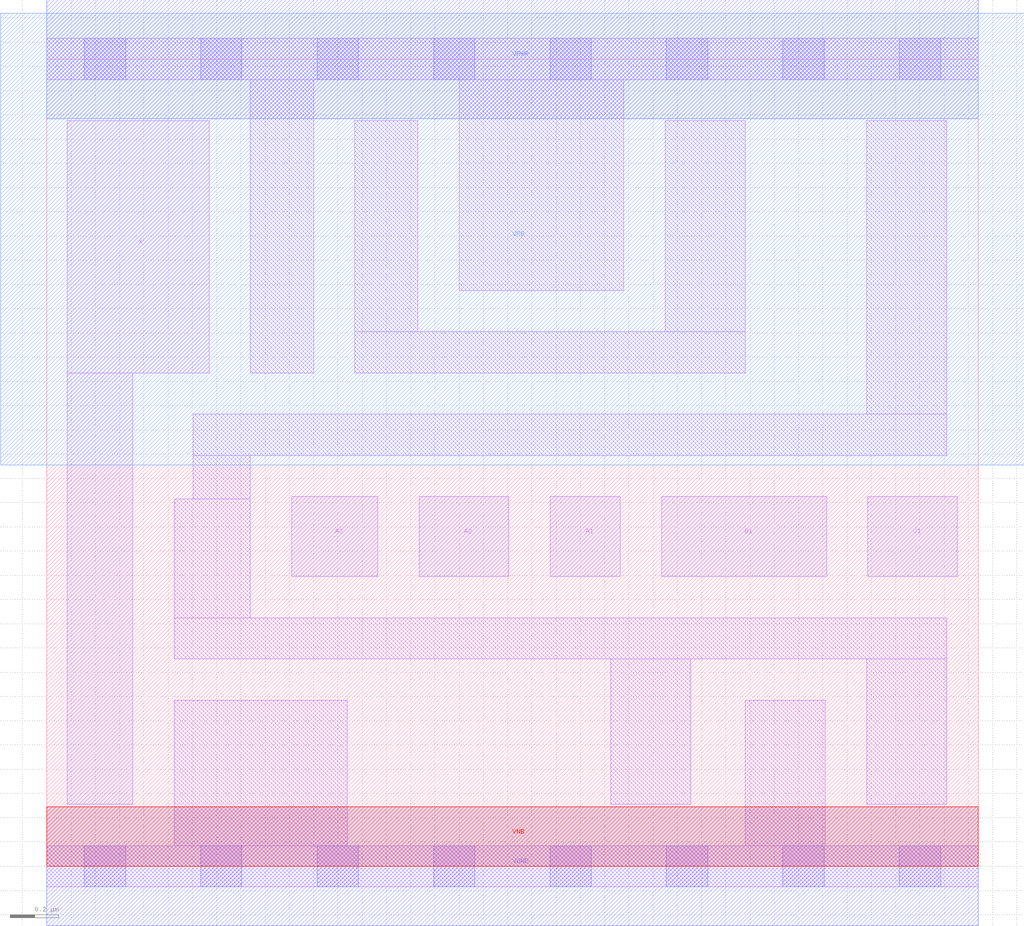
<source format=lef>
# Copyright 2020 The SkyWater PDK Authors
#
# Licensed under the Apache License, Version 2.0 (the "License");
# you may not use this file except in compliance with the License.
# You may obtain a copy of the License at
#
#     https://www.apache.org/licenses/LICENSE-2.0
#
# Unless required by applicable law or agreed to in writing, software
# distributed under the License is distributed on an "AS IS" BASIS,
# WITHOUT WARRANTIES OR CONDITIONS OF ANY KIND, either express or implied.
# See the License for the specific language governing permissions and
# limitations under the License.
#
# SPDX-License-Identifier: Apache-2.0

VERSION 5.7 ;
  NOWIREEXTENSIONATPIN ON ;
  DIVIDERCHAR "/" ;
  BUSBITCHARS "[]" ;
MACRO sky130_fd_sc_lp__a311o_1
  CLASS CORE ;
  FOREIGN sky130_fd_sc_lp__a311o_1 ;
  ORIGIN  0.000000  0.000000 ;
  SIZE  3.840000 BY  3.330000 ;
  SYMMETRY X Y R90 ;
  SITE unit ;
  PIN A1
    ANTENNAGATEAREA  0.315000 ;
    DIRECTION INPUT ;
    USE SIGNAL ;
    PORT
      LAYER li1 ;
        RECT 2.075000 1.195000 2.365000 1.525000 ;
    END
  END A1
  PIN A2
    ANTENNAGATEAREA  0.315000 ;
    DIRECTION INPUT ;
    USE SIGNAL ;
    PORT
      LAYER li1 ;
        RECT 1.535000 1.195000 1.905000 1.525000 ;
    END
  END A2
  PIN A3
    ANTENNAGATEAREA  0.315000 ;
    DIRECTION INPUT ;
    USE SIGNAL ;
    PORT
      LAYER li1 ;
        RECT 1.010000 1.195000 1.365000 1.525000 ;
    END
  END A3
  PIN B1
    ANTENNAGATEAREA  0.315000 ;
    DIRECTION INPUT ;
    USE SIGNAL ;
    PORT
      LAYER li1 ;
        RECT 2.535000 1.195000 3.215000 1.525000 ;
    END
  END B1
  PIN C1
    ANTENNAGATEAREA  0.315000 ;
    DIRECTION INPUT ;
    USE SIGNAL ;
    PORT
      LAYER li1 ;
        RECT 3.385000 1.195000 3.755000 1.525000 ;
    END
  END C1
  PIN X
    ANTENNADIFFAREA  0.556500 ;
    DIRECTION OUTPUT ;
    USE SIGNAL ;
    PORT
      LAYER li1 ;
        RECT 0.085000 0.255000 0.355000 2.035000 ;
        RECT 0.085000 2.035000 0.670000 3.075000 ;
    END
  END X
  PIN VGND
    DIRECTION INOUT ;
    USE GROUND ;
    PORT
      LAYER met1 ;
        RECT 0.000000 -0.245000 3.840000 0.245000 ;
    END
  END VGND
  PIN VNB
    DIRECTION INOUT ;
    USE GROUND ;
    PORT
      LAYER pwell ;
        RECT 0.000000 0.000000 3.840000 0.245000 ;
    END
  END VNB
  PIN VPB
    DIRECTION INOUT ;
    USE POWER ;
    PORT
      LAYER nwell ;
        RECT -0.190000 1.655000 4.030000 3.520000 ;
    END
  END VPB
  PIN VPWR
    DIRECTION INOUT ;
    USE POWER ;
    PORT
      LAYER met1 ;
        RECT 0.000000 3.085000 3.840000 3.575000 ;
    END
  END VPWR
  OBS
    LAYER li1 ;
      RECT 0.000000 -0.085000 3.840000 0.085000 ;
      RECT 0.000000  3.245000 3.840000 3.415000 ;
      RECT 0.525000  0.085000 1.240000 0.685000 ;
      RECT 0.525000  0.855000 3.710000 1.025000 ;
      RECT 0.525000  1.025000 0.840000 1.515000 ;
      RECT 0.605000  1.515000 0.840000 1.695000 ;
      RECT 0.605000  1.695000 3.710000 1.865000 ;
      RECT 0.840000  2.035000 1.100000 3.245000 ;
      RECT 1.270000  2.035000 2.880000 2.205000 ;
      RECT 1.270000  2.205000 1.530000 3.075000 ;
      RECT 1.700000  2.375000 2.380000 3.245000 ;
      RECT 2.325000  0.255000 2.655000 0.855000 ;
      RECT 2.550000  2.205000 2.880000 3.075000 ;
      RECT 2.880000  0.085000 3.210000 0.685000 ;
      RECT 3.380000  0.255000 3.710000 0.855000 ;
      RECT 3.380000  1.865000 3.710000 3.075000 ;
    LAYER mcon ;
      RECT 0.155000 -0.085000 0.325000 0.085000 ;
      RECT 0.155000  3.245000 0.325000 3.415000 ;
      RECT 0.635000 -0.085000 0.805000 0.085000 ;
      RECT 0.635000  3.245000 0.805000 3.415000 ;
      RECT 1.115000 -0.085000 1.285000 0.085000 ;
      RECT 1.115000  3.245000 1.285000 3.415000 ;
      RECT 1.595000 -0.085000 1.765000 0.085000 ;
      RECT 1.595000  3.245000 1.765000 3.415000 ;
      RECT 2.075000 -0.085000 2.245000 0.085000 ;
      RECT 2.075000  3.245000 2.245000 3.415000 ;
      RECT 2.555000 -0.085000 2.725000 0.085000 ;
      RECT 2.555000  3.245000 2.725000 3.415000 ;
      RECT 3.035000 -0.085000 3.205000 0.085000 ;
      RECT 3.035000  3.245000 3.205000 3.415000 ;
      RECT 3.515000 -0.085000 3.685000 0.085000 ;
      RECT 3.515000  3.245000 3.685000 3.415000 ;
  END
END sky130_fd_sc_lp__a311o_1
END LIBRARY

</source>
